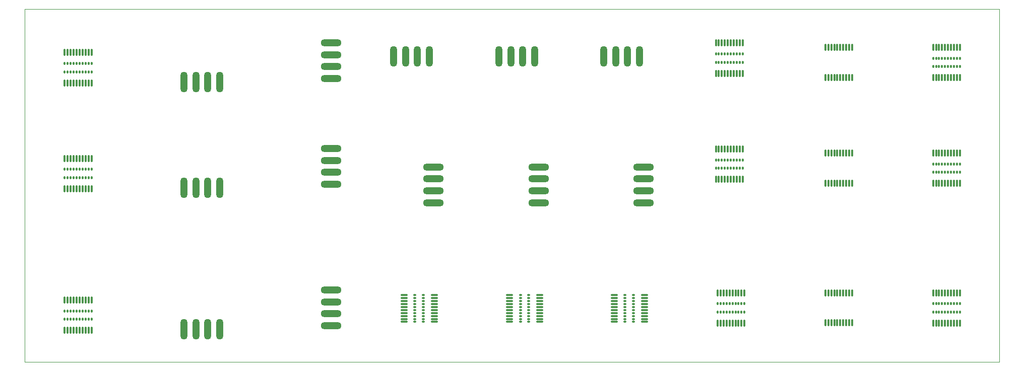
<source format=gbr>
G04 #@! TF.GenerationSoftware,KiCad,Pcbnew,(5.1.4)-1*
G04 #@! TF.CreationDate,2019-11-22T14:34:32-08:00*
G04 #@! TF.ProjectId,Type1 Termination Board v2 (UMPT_ TLH),54797065-3120-4546-9572-6d696e617469,rev?*
G04 #@! TF.SameCoordinates,Original*
G04 #@! TF.FileFunction,Paste,Top*
G04 #@! TF.FilePolarity,Positive*
%FSLAX46Y46*%
G04 Gerber Fmt 4.6, Leading zero omitted, Abs format (unit mm)*
G04 Created by KiCad (PCBNEW (5.1.4)-1) date 2019-11-22 14:34:32*
%MOMM*%
%LPD*%
G04 APERTURE LIST*
%ADD10C,0.050000*%
%ADD11O,0.300000X1.200000*%
%ADD12O,0.300000X0.600000*%
%ADD13O,0.600000X0.300000*%
%ADD14O,1.200000X0.300000*%
%ADD15O,1.250000X3.500000*%
%ADD16O,3.500000X1.250000*%
G04 APERTURE END LIST*
D10*
X175900000Y-70700000D02*
X175900000Y-71500000D01*
X12100000Y-71500000D02*
X12100000Y-12100000D01*
X175900000Y-71500000D02*
X12100000Y-71500000D01*
X175900000Y-12100000D02*
X175900000Y-70700000D01*
X12100000Y-12100000D02*
X175900000Y-12100000D01*
D11*
X147150000Y-18575000D03*
X149650000Y-18575000D03*
X148150000Y-18575000D03*
X148150000Y-23625000D03*
X151150000Y-18575000D03*
X147650000Y-23625000D03*
X148650000Y-23625000D03*
X149150000Y-23625000D03*
X146650000Y-18575000D03*
X151150000Y-23625000D03*
X150650000Y-23625000D03*
X148650000Y-18575000D03*
X147150000Y-23625000D03*
X150650000Y-18575000D03*
X146650000Y-23625000D03*
X150150000Y-18575000D03*
X149150000Y-18575000D03*
X147650000Y-18575000D03*
X149650000Y-23625000D03*
X150150000Y-23625000D03*
X147150000Y-36375000D03*
X149650000Y-36375000D03*
X148150000Y-36375000D03*
X148150000Y-41425000D03*
X151150000Y-36375000D03*
X147650000Y-41425000D03*
X148650000Y-41425000D03*
X149150000Y-41425000D03*
X146650000Y-36375000D03*
X151150000Y-41425000D03*
X150650000Y-41425000D03*
X148650000Y-36375000D03*
X147150000Y-41425000D03*
X150650000Y-36375000D03*
X146650000Y-41425000D03*
X150150000Y-36375000D03*
X149150000Y-36375000D03*
X147650000Y-36375000D03*
X149650000Y-41425000D03*
X150150000Y-41425000D03*
X147150000Y-59875000D03*
X149650000Y-59875000D03*
X148150000Y-59875000D03*
X148150000Y-64925000D03*
X151150000Y-59875000D03*
X147650000Y-64925000D03*
X148650000Y-64925000D03*
X149150000Y-64925000D03*
X146650000Y-59875000D03*
X151150000Y-64925000D03*
X150650000Y-64925000D03*
X148650000Y-59875000D03*
X147150000Y-64925000D03*
X150650000Y-59875000D03*
X146650000Y-64925000D03*
X150150000Y-59875000D03*
X149150000Y-59875000D03*
X147650000Y-59875000D03*
X149650000Y-64925000D03*
X150150000Y-64925000D03*
D12*
X166250000Y-63100000D03*
X167750000Y-63100000D03*
X168250000Y-63100000D03*
X165750000Y-63100000D03*
D11*
X166250000Y-64950000D03*
X165250000Y-64950000D03*
D12*
X169250000Y-63100000D03*
D11*
X168250000Y-59850000D03*
X168750000Y-59850000D03*
X166750000Y-64950000D03*
D12*
X165250000Y-63100000D03*
X168750000Y-63100000D03*
X164750000Y-63100000D03*
D11*
X167750000Y-59850000D03*
X166250000Y-59850000D03*
D12*
X167250000Y-63100000D03*
D11*
X167250000Y-59850000D03*
D12*
X169250000Y-61700000D03*
D11*
X166750000Y-59850000D03*
X167250000Y-64950000D03*
X164750000Y-59850000D03*
X165750000Y-64950000D03*
X165750000Y-59850000D03*
D12*
X168750000Y-61700000D03*
D11*
X165250000Y-59850000D03*
X169250000Y-64950000D03*
X168750000Y-64950000D03*
X168250000Y-64950000D03*
X167750000Y-64950000D03*
D12*
X166750000Y-63100000D03*
D11*
X164750000Y-64950000D03*
D12*
X165750000Y-61700000D03*
D11*
X169250000Y-59850000D03*
D12*
X166250000Y-61700000D03*
X167250000Y-61700000D03*
X164750000Y-61700000D03*
X166750000Y-61700000D03*
X167750000Y-61700000D03*
X168250000Y-61700000D03*
X165250000Y-61700000D03*
X166250000Y-39600000D03*
X167750000Y-39600000D03*
X168250000Y-39600000D03*
X165750000Y-39600000D03*
D11*
X166250000Y-41450000D03*
X165250000Y-41450000D03*
D12*
X169250000Y-39600000D03*
D11*
X168250000Y-36350000D03*
X168750000Y-36350000D03*
X166750000Y-41450000D03*
D12*
X165250000Y-39600000D03*
X168750000Y-39600000D03*
X164750000Y-39600000D03*
D11*
X167750000Y-36350000D03*
X166250000Y-36350000D03*
D12*
X167250000Y-39600000D03*
D11*
X167250000Y-36350000D03*
D12*
X169250000Y-38200000D03*
D11*
X166750000Y-36350000D03*
X167250000Y-41450000D03*
X164750000Y-36350000D03*
X165750000Y-41450000D03*
X165750000Y-36350000D03*
D12*
X168750000Y-38200000D03*
D11*
X165250000Y-36350000D03*
X169250000Y-41450000D03*
X168750000Y-41450000D03*
X168250000Y-41450000D03*
X167750000Y-41450000D03*
D12*
X166750000Y-39600000D03*
D11*
X164750000Y-41450000D03*
D12*
X165750000Y-38200000D03*
D11*
X169250000Y-36350000D03*
D12*
X166250000Y-38200000D03*
X167250000Y-38200000D03*
X164750000Y-38200000D03*
X166750000Y-38200000D03*
X167750000Y-38200000D03*
X168250000Y-38200000D03*
X165250000Y-38200000D03*
X166250000Y-21800000D03*
X167750000Y-21800000D03*
X168250000Y-21800000D03*
X165750000Y-21800000D03*
D11*
X166250000Y-23650000D03*
X165250000Y-23650000D03*
D12*
X169250000Y-21800000D03*
D11*
X168250000Y-18550000D03*
X168750000Y-18550000D03*
X166750000Y-23650000D03*
D12*
X165250000Y-21800000D03*
X168750000Y-21800000D03*
X164750000Y-21800000D03*
D11*
X167750000Y-18550000D03*
X166250000Y-18550000D03*
D12*
X167250000Y-21800000D03*
D11*
X167250000Y-18550000D03*
D12*
X169250000Y-20400000D03*
D11*
X166750000Y-18550000D03*
X167250000Y-23650000D03*
X164750000Y-18550000D03*
X165750000Y-23650000D03*
X165750000Y-18550000D03*
D12*
X168750000Y-20400000D03*
D11*
X165250000Y-18550000D03*
X169250000Y-23650000D03*
X168750000Y-23650000D03*
X168250000Y-23650000D03*
X167750000Y-23650000D03*
D12*
X166750000Y-21800000D03*
D11*
X164750000Y-23650000D03*
D12*
X165750000Y-20400000D03*
D11*
X169250000Y-18550000D03*
D12*
X166250000Y-20400000D03*
X167250000Y-20400000D03*
X164750000Y-20400000D03*
X166750000Y-20400000D03*
X167750000Y-20400000D03*
X168250000Y-20400000D03*
X165250000Y-20400000D03*
X130050000Y-63100000D03*
X131550000Y-63100000D03*
X132050000Y-63100000D03*
X129550000Y-63100000D03*
D11*
X130050000Y-64950000D03*
X129050000Y-64950000D03*
D12*
X133050000Y-63100000D03*
D11*
X132050000Y-59850000D03*
X132550000Y-59850000D03*
X130550000Y-64950000D03*
D12*
X129050000Y-63100000D03*
X132550000Y-63100000D03*
X128550000Y-63100000D03*
D11*
X131550000Y-59850000D03*
X130050000Y-59850000D03*
D12*
X131050000Y-63100000D03*
D11*
X131050000Y-59850000D03*
D12*
X133050000Y-61700000D03*
D11*
X130550000Y-59850000D03*
X131050000Y-64950000D03*
X128550000Y-59850000D03*
X129550000Y-64950000D03*
X129550000Y-59850000D03*
D12*
X132550000Y-61700000D03*
D11*
X129050000Y-59850000D03*
X133050000Y-64950000D03*
X132550000Y-64950000D03*
X132050000Y-64950000D03*
X131550000Y-64950000D03*
D12*
X130550000Y-63100000D03*
D11*
X128550000Y-64950000D03*
D12*
X129550000Y-61700000D03*
D11*
X133050000Y-59850000D03*
D12*
X130050000Y-61700000D03*
X131050000Y-61700000D03*
X128550000Y-61700000D03*
X130550000Y-61700000D03*
X131550000Y-61700000D03*
X132050000Y-61700000D03*
X129050000Y-61700000D03*
X131250000Y-37500000D03*
X129750000Y-37500000D03*
X129250000Y-37500000D03*
X131750000Y-37500000D03*
D11*
X131250000Y-35650000D03*
X132250000Y-35650000D03*
D12*
X128250000Y-37500000D03*
D11*
X129250000Y-40750000D03*
X128750000Y-40750000D03*
X130750000Y-35650000D03*
D12*
X132250000Y-37500000D03*
X128750000Y-37500000D03*
X132750000Y-37500000D03*
D11*
X129750000Y-40750000D03*
X131250000Y-40750000D03*
D12*
X130250000Y-37500000D03*
D11*
X130250000Y-40750000D03*
D12*
X128250000Y-38900000D03*
D11*
X130750000Y-40750000D03*
X130250000Y-35650000D03*
X132750000Y-40750000D03*
X131750000Y-35650000D03*
X131750000Y-40750000D03*
D12*
X128750000Y-38900000D03*
D11*
X132250000Y-40750000D03*
X128250000Y-35650000D03*
X128750000Y-35650000D03*
X129250000Y-35650000D03*
X129750000Y-35650000D03*
D12*
X130750000Y-37500000D03*
D11*
X132750000Y-35650000D03*
D12*
X131750000Y-38900000D03*
D11*
X128250000Y-40750000D03*
D12*
X131250000Y-38900000D03*
X130250000Y-38900000D03*
X132750000Y-38900000D03*
X130750000Y-38900000D03*
X129750000Y-38900000D03*
X129250000Y-38900000D03*
X132250000Y-38900000D03*
X131250000Y-19700000D03*
X129750000Y-19700000D03*
X129250000Y-19700000D03*
X131750000Y-19700000D03*
D11*
X131250000Y-17850000D03*
X132250000Y-17850000D03*
D12*
X128250000Y-19700000D03*
D11*
X129250000Y-22950000D03*
X128750000Y-22950000D03*
X130750000Y-17850000D03*
D12*
X132250000Y-19700000D03*
X128750000Y-19700000D03*
X132750000Y-19700000D03*
D11*
X129750000Y-22950000D03*
X131250000Y-22950000D03*
D12*
X130250000Y-19700000D03*
D11*
X130250000Y-22950000D03*
D12*
X128250000Y-21100000D03*
D11*
X130750000Y-22950000D03*
X130250000Y-17850000D03*
X132750000Y-22950000D03*
X131750000Y-17850000D03*
X131750000Y-22950000D03*
D12*
X128750000Y-21100000D03*
D11*
X132250000Y-22950000D03*
X128250000Y-17850000D03*
X128750000Y-17850000D03*
X129250000Y-17850000D03*
X129750000Y-17850000D03*
D12*
X130750000Y-19700000D03*
D11*
X132750000Y-17850000D03*
D12*
X131750000Y-21100000D03*
D11*
X128250000Y-22950000D03*
D12*
X131250000Y-21100000D03*
X130250000Y-21100000D03*
X132750000Y-21100000D03*
X130750000Y-21100000D03*
X129750000Y-21100000D03*
X129250000Y-21100000D03*
X132250000Y-21100000D03*
D13*
X114400000Y-63250000D03*
X114400000Y-61750000D03*
X114400000Y-61250000D03*
X114400000Y-63750000D03*
D14*
X116250000Y-63250000D03*
X116250000Y-64250000D03*
D13*
X114400000Y-60250000D03*
D14*
X111150000Y-61250000D03*
X111150000Y-60750000D03*
X116250000Y-62750000D03*
D13*
X114400000Y-64250000D03*
X114400000Y-60750000D03*
X114400000Y-64750000D03*
D14*
X111150000Y-61750000D03*
X111150000Y-63250000D03*
D13*
X114400000Y-62250000D03*
D14*
X111150000Y-62250000D03*
D13*
X113000000Y-60250000D03*
D14*
X111150000Y-62750000D03*
X116250000Y-62250000D03*
X111150000Y-64750000D03*
X116250000Y-63750000D03*
X111150000Y-63750000D03*
D13*
X113000000Y-60750000D03*
D14*
X111150000Y-64250000D03*
X116250000Y-60250000D03*
X116250000Y-60750000D03*
X116250000Y-61250000D03*
X116250000Y-61750000D03*
D13*
X114400000Y-62750000D03*
D14*
X116250000Y-64750000D03*
D13*
X113000000Y-63750000D03*
D14*
X111150000Y-60250000D03*
D13*
X113000000Y-63250000D03*
X113000000Y-62250000D03*
X113000000Y-64750000D03*
X113000000Y-62750000D03*
X113000000Y-61750000D03*
X113000000Y-61250000D03*
X113000000Y-64250000D03*
X96800000Y-63250000D03*
X96800000Y-61750000D03*
X96800000Y-61250000D03*
X96800000Y-63750000D03*
D14*
X98650000Y-63250000D03*
X98650000Y-64250000D03*
D13*
X96800000Y-60250000D03*
D14*
X93550000Y-61250000D03*
X93550000Y-60750000D03*
X98650000Y-62750000D03*
D13*
X96800000Y-64250000D03*
X96800000Y-60750000D03*
X96800000Y-64750000D03*
D14*
X93550000Y-61750000D03*
X93550000Y-63250000D03*
D13*
X96800000Y-62250000D03*
D14*
X93550000Y-62250000D03*
D13*
X95400000Y-60250000D03*
D14*
X93550000Y-62750000D03*
X98650000Y-62250000D03*
X93550000Y-64750000D03*
X98650000Y-63750000D03*
X93550000Y-63750000D03*
D13*
X95400000Y-60750000D03*
D14*
X93550000Y-64250000D03*
X98650000Y-60250000D03*
X98650000Y-60750000D03*
X98650000Y-61250000D03*
X98650000Y-61750000D03*
D13*
X96800000Y-62750000D03*
D14*
X98650000Y-64750000D03*
D13*
X95400000Y-63750000D03*
D14*
X93550000Y-60250000D03*
D13*
X95400000Y-63250000D03*
X95400000Y-62250000D03*
X95400000Y-64750000D03*
X95400000Y-62750000D03*
X95400000Y-61750000D03*
X95400000Y-61250000D03*
X95400000Y-64250000D03*
D12*
X20350000Y-22700000D03*
X21850000Y-22700000D03*
X22350000Y-22700000D03*
X19850000Y-22700000D03*
D11*
X20350000Y-24550000D03*
X19350000Y-24550000D03*
D12*
X23350000Y-22700000D03*
D11*
X22350000Y-19450000D03*
X22850000Y-19450000D03*
X20850000Y-24550000D03*
D12*
X19350000Y-22700000D03*
X22850000Y-22700000D03*
X18850000Y-22700000D03*
D11*
X21850000Y-19450000D03*
X20350000Y-19450000D03*
D12*
X21350000Y-22700000D03*
D11*
X21350000Y-19450000D03*
D12*
X23350000Y-21300000D03*
D11*
X20850000Y-19450000D03*
X21350000Y-24550000D03*
X18850000Y-19450000D03*
X19850000Y-24550000D03*
X19850000Y-19450000D03*
D12*
X22850000Y-21300000D03*
D11*
X19350000Y-19450000D03*
X23350000Y-24550000D03*
X22850000Y-24550000D03*
X22350000Y-24550000D03*
X21850000Y-24550000D03*
D12*
X20850000Y-22700000D03*
D11*
X18850000Y-24550000D03*
D12*
X19850000Y-21300000D03*
D11*
X23350000Y-19450000D03*
D12*
X20350000Y-21300000D03*
X21350000Y-21300000D03*
X18850000Y-21300000D03*
X20850000Y-21300000D03*
X21850000Y-21300000D03*
X22350000Y-21300000D03*
X19350000Y-21300000D03*
D13*
X79100000Y-63250000D03*
X79100000Y-61750000D03*
X79100000Y-61250000D03*
X79100000Y-63750000D03*
D14*
X80950000Y-63250000D03*
X80950000Y-64250000D03*
D13*
X79100000Y-60250000D03*
D14*
X75850000Y-61250000D03*
X75850000Y-60750000D03*
X80950000Y-62750000D03*
D13*
X79100000Y-64250000D03*
X79100000Y-60750000D03*
X79100000Y-64750000D03*
D14*
X75850000Y-61750000D03*
X75850000Y-63250000D03*
D13*
X79100000Y-62250000D03*
D14*
X75850000Y-62250000D03*
D13*
X77700000Y-60250000D03*
D14*
X75850000Y-62750000D03*
X80950000Y-62250000D03*
X75850000Y-64750000D03*
X80950000Y-63750000D03*
X75850000Y-63750000D03*
D13*
X77700000Y-60750000D03*
D14*
X75850000Y-64250000D03*
X80950000Y-60250000D03*
X80950000Y-60750000D03*
X80950000Y-61250000D03*
X80950000Y-61750000D03*
D13*
X79100000Y-62750000D03*
D14*
X80950000Y-64750000D03*
D13*
X77700000Y-63750000D03*
D14*
X75850000Y-60250000D03*
D13*
X77700000Y-63250000D03*
X77700000Y-62250000D03*
X77700000Y-64750000D03*
X77700000Y-62750000D03*
X77700000Y-61750000D03*
X77700000Y-61250000D03*
X77700000Y-64250000D03*
D12*
X20350000Y-40500000D03*
X21850000Y-40500000D03*
X22350000Y-40500000D03*
X19850000Y-40500000D03*
D11*
X20350000Y-42350000D03*
X19350000Y-42350000D03*
D12*
X23350000Y-40500000D03*
D11*
X22350000Y-37250000D03*
X22850000Y-37250000D03*
X20850000Y-42350000D03*
D12*
X19350000Y-40500000D03*
X22850000Y-40500000D03*
X18850000Y-40500000D03*
D11*
X21850000Y-37250000D03*
X20350000Y-37250000D03*
D12*
X21350000Y-40500000D03*
D11*
X21350000Y-37250000D03*
D12*
X23350000Y-39100000D03*
D11*
X20850000Y-37250000D03*
X21350000Y-42350000D03*
X18850000Y-37250000D03*
X19850000Y-42350000D03*
X19850000Y-37250000D03*
D12*
X22850000Y-39100000D03*
D11*
X19350000Y-37250000D03*
X23350000Y-42350000D03*
X22850000Y-42350000D03*
X22350000Y-42350000D03*
X21850000Y-42350000D03*
D12*
X20850000Y-40500000D03*
D11*
X18850000Y-42350000D03*
D12*
X19850000Y-39100000D03*
D11*
X23350000Y-37250000D03*
D12*
X20350000Y-39100000D03*
X21350000Y-39100000D03*
X18850000Y-39100000D03*
X20850000Y-39100000D03*
X21850000Y-39100000D03*
X22350000Y-39100000D03*
X19350000Y-39100000D03*
X20350000Y-64300000D03*
X21850000Y-64300000D03*
X22350000Y-64300000D03*
X19850000Y-64300000D03*
D11*
X20350000Y-66150000D03*
X19350000Y-66150000D03*
D12*
X23350000Y-64300000D03*
D11*
X22350000Y-61050000D03*
X22850000Y-61050000D03*
X20850000Y-66150000D03*
D12*
X19350000Y-64300000D03*
X22850000Y-64300000D03*
X18850000Y-64300000D03*
D11*
X21850000Y-61050000D03*
X20350000Y-61050000D03*
D12*
X21350000Y-64300000D03*
D11*
X21350000Y-61050000D03*
D12*
X23350000Y-62900000D03*
D11*
X20850000Y-61050000D03*
X21350000Y-66150000D03*
X18850000Y-61050000D03*
X19850000Y-66150000D03*
X19850000Y-61050000D03*
D12*
X22850000Y-62900000D03*
D11*
X19350000Y-61050000D03*
X23350000Y-66150000D03*
X22850000Y-66150000D03*
X22350000Y-66150000D03*
X21850000Y-66150000D03*
D12*
X20850000Y-64300000D03*
D11*
X18850000Y-66150000D03*
D12*
X19850000Y-62900000D03*
D11*
X23350000Y-61050000D03*
D12*
X20350000Y-62900000D03*
X21350000Y-62900000D03*
X18850000Y-62900000D03*
X20850000Y-62900000D03*
X21850000Y-62900000D03*
X22350000Y-62900000D03*
X19350000Y-62900000D03*
D15*
X109400000Y-20100000D03*
X111400000Y-20100000D03*
X113400000Y-20100000D03*
X115400000Y-20100000D03*
D16*
X116100000Y-38700000D03*
X116100000Y-40700000D03*
X116100000Y-42700000D03*
X116100000Y-44700000D03*
D15*
X91800000Y-20100000D03*
X93800000Y-20100000D03*
X95800000Y-20100000D03*
X97800000Y-20100000D03*
D16*
X98500000Y-38700000D03*
X98500000Y-40700000D03*
X98500000Y-42700000D03*
X98500000Y-44700000D03*
X63600000Y-17800000D03*
X63600000Y-19800000D03*
X63600000Y-21800000D03*
X63600000Y-23800000D03*
D15*
X44900000Y-24400000D03*
X42900000Y-24400000D03*
X40900000Y-24400000D03*
X38900000Y-24400000D03*
X74100000Y-20100000D03*
X76100000Y-20100000D03*
X78100000Y-20100000D03*
X80100000Y-20100000D03*
D16*
X80800000Y-38700000D03*
X80800000Y-40700000D03*
X80800000Y-42700000D03*
X80800000Y-44700000D03*
X63600000Y-35600000D03*
X63600000Y-37600000D03*
X63600000Y-39600000D03*
X63600000Y-41600000D03*
D15*
X44900000Y-42200000D03*
X42900000Y-42200000D03*
X40900000Y-42200000D03*
X38900000Y-42200000D03*
D16*
X63600000Y-59400000D03*
X63600000Y-61400000D03*
X63600000Y-63400000D03*
X63600000Y-65400000D03*
D15*
X44900000Y-66000000D03*
X42900000Y-66000000D03*
X40900000Y-66000000D03*
X38900000Y-66000000D03*
M02*

</source>
